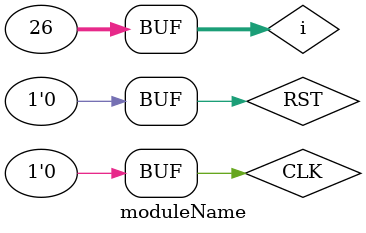
<source format=v>
module moduleName ();

reg CLK;
wire [31:0] OUT;
reg RST;
integer i;
SingleCpu SingleCpu1 (.CLK(CLK), .RST(RST), .OUT(OUT));

initial begin
    RST = 1;
    CLK = 0;
    #50;
    CLK = 1;
    #50
    RST = 0;
    CLK = 0;
    #50
    for(i=0; i<26; i=i+1) begin
        CLK = 1;
        #50
        CLK = 0;
        #50;
    end


end


// always begin
//     #6 CLK=0;
//     #4 CLK=1;
// end

    
endmodule
</source>
